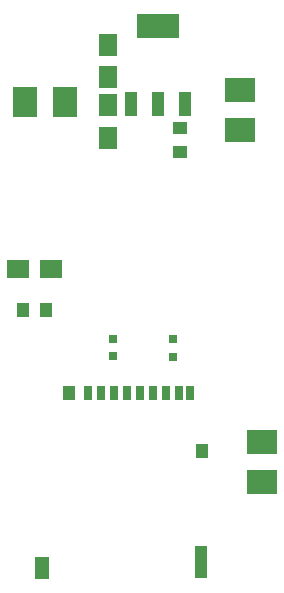
<source format=gbr>
G04 #@! TF.FileFunction,Paste,Bot*
%FSLAX46Y46*%
G04 Gerber Fmt 4.6, Leading zero omitted, Abs format (unit mm)*
G04 Created by KiCad (PCBNEW 4.0.4+e1-6308~48~ubuntu16.04.1-stable) date Wed Nov  2 15:53:33 2016*
%MOMM*%
%LPD*%
G01*
G04 APERTURE LIST*
%ADD10C,0.100000*%
%ADD11R,0.750000X0.800000*%
%ADD12R,1.950720X1.501140*%
%ADD13R,1.250000X1.000000*%
%ADD14R,1.000000X1.250000*%
%ADD15R,1.501140X1.950720*%
%ADD16R,0.700000X1.200000*%
%ADD17R,1.000000X2.800000*%
%ADD18R,1.300000X1.900000*%
%ADD19R,1.100000X1.200000*%
%ADD20R,1.000000X1.200000*%
%ADD21R,2.500000X2.000000*%
%ADD22R,2.000000X2.500000*%
%ADD23R,3.657600X2.032000*%
%ADD24R,1.016000X2.032000*%
G04 APERTURE END LIST*
D10*
D11*
X130820000Y-130480000D03*
X130820000Y-131980000D03*
X135900000Y-130520000D03*
X135900000Y-132020000D03*
D12*
X125574140Y-124600000D03*
X122825860Y-124600000D03*
D13*
X136525000Y-114665000D03*
X136525000Y-112665000D03*
D14*
X125200000Y-128100000D03*
X123200000Y-128100000D03*
D15*
X130400000Y-110725860D03*
X130400000Y-113474140D03*
X130400000Y-108374140D03*
X130400000Y-105625860D03*
D16*
X135310000Y-135130000D03*
D17*
X138310000Y-149430000D03*
D18*
X124810000Y-149880000D03*
D16*
X136410000Y-135130000D03*
X134210000Y-135130000D03*
X133110000Y-135130000D03*
X132010000Y-135130000D03*
X130910000Y-135130000D03*
X129810000Y-135130000D03*
X128710000Y-135130000D03*
D19*
X127160000Y-135130000D03*
D16*
X137360000Y-135130000D03*
D20*
X138410000Y-140030000D03*
D21*
X141610000Y-112830000D03*
X141610000Y-109430000D03*
X143500000Y-142660000D03*
X143500000Y-139260000D03*
D22*
X123380000Y-110490000D03*
X126780000Y-110490000D03*
D23*
X134620000Y-104013000D03*
D24*
X134620000Y-110617000D03*
X132334000Y-110617000D03*
X136906000Y-110617000D03*
M02*

</source>
